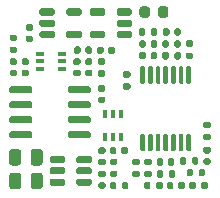
<source format=gtp>
G04 #@! TF.GenerationSoftware,KiCad,Pcbnew,(5.99.0-10483-ga6ad7a4a70)*
G04 #@! TF.CreationDate,2021-05-30T13:32:27+03:00*
G04 #@! TF.ProjectId,hellen1-vr-discrete,68656c6c-656e-4312-9d76-722d64697363,rev?*
G04 #@! TF.SameCoordinates,PX4a19ba0PY5aa5910*
G04 #@! TF.FileFunction,Paste,Top*
G04 #@! TF.FilePolarity,Positive*
%FSLAX46Y46*%
G04 Gerber Fmt 4.6, Leading zero omitted, Abs format (unit mm)*
G04 Created by KiCad (PCBNEW (5.99.0-10483-ga6ad7a4a70)) date 2021-05-30 13:32:27*
%MOMM*%
%LPD*%
G01*
G04 APERTURE LIST*
%ADD10R,0.650000X0.400000*%
%ADD11R,0.400000X0.650000*%
G04 APERTURE END LIST*
G04 #@! TO.C,R764*
G36*
G01*
X15720000Y1815000D02*
X15720000Y2185000D01*
G75*
G02*
X15855000Y2320000I135000J0D01*
G01*
X16125000Y2320000D01*
G75*
G02*
X16260000Y2185000I0J-135000D01*
G01*
X16260000Y1815000D01*
G75*
G02*
X16125000Y1680000I-135000J0D01*
G01*
X15855000Y1680000D01*
G75*
G02*
X15720000Y1815000I0J135000D01*
G01*
G37*
G36*
G01*
X16740000Y1815000D02*
X16740000Y2185000D01*
G75*
G02*
X16875000Y2320000I135000J0D01*
G01*
X17145000Y2320000D01*
G75*
G02*
X17280000Y2185000I0J-135000D01*
G01*
X17280000Y1815000D01*
G75*
G02*
X17145000Y1680000I-135000J0D01*
G01*
X16875000Y1680000D01*
G75*
G02*
X16740000Y1815000I0J135000D01*
G01*
G37*
G04 #@! TD*
G04 #@! TO.C,U757*
G36*
G01*
X11110000Y13850000D02*
X11110000Y13550000D01*
G75*
G02*
X10960000Y13400000I-150000J0D01*
G01*
X9935000Y13400000D01*
G75*
G02*
X9785000Y13550000I0J150000D01*
G01*
X9785000Y13850000D01*
G75*
G02*
X9935000Y14000000I150000J0D01*
G01*
X10960000Y14000000D01*
G75*
G02*
X11110000Y13850000I0J-150000D01*
G01*
G37*
G36*
G01*
X11110000Y14800000D02*
X11110000Y14500000D01*
G75*
G02*
X10960000Y14350000I-150000J0D01*
G01*
X9935000Y14350000D01*
G75*
G02*
X9785000Y14500000I0J150000D01*
G01*
X9785000Y14800000D01*
G75*
G02*
X9935000Y14950000I150000J0D01*
G01*
X10960000Y14950000D01*
G75*
G02*
X11110000Y14800000I0J-150000D01*
G01*
G37*
G36*
G01*
X11110000Y15750000D02*
X11110000Y15450000D01*
G75*
G02*
X10960000Y15300000I-150000J0D01*
G01*
X9935000Y15300000D01*
G75*
G02*
X9785000Y15450000I0J150000D01*
G01*
X9785000Y15750000D01*
G75*
G02*
X9935000Y15900000I150000J0D01*
G01*
X10960000Y15900000D01*
G75*
G02*
X11110000Y15750000I0J-150000D01*
G01*
G37*
G36*
G01*
X8835000Y15750000D02*
X8835000Y15450000D01*
G75*
G02*
X8685000Y15300000I-150000J0D01*
G01*
X7660000Y15300000D01*
G75*
G02*
X7510000Y15450000I0J150000D01*
G01*
X7510000Y15750000D01*
G75*
G02*
X7660000Y15900000I150000J0D01*
G01*
X8685000Y15900000D01*
G75*
G02*
X8835000Y15750000I0J-150000D01*
G01*
G37*
G36*
G01*
X8835000Y13850000D02*
X8835000Y13550000D01*
G75*
G02*
X8685000Y13400000I-150000J0D01*
G01*
X7660000Y13400000D01*
G75*
G02*
X7510000Y13550000I0J150000D01*
G01*
X7510000Y13850000D01*
G75*
G02*
X7660000Y14000000I150000J0D01*
G01*
X8685000Y14000000D01*
G75*
G02*
X8835000Y13850000I0J-150000D01*
G01*
G37*
G04 #@! TD*
G04 #@! TO.C,C760*
G36*
G01*
X13230000Y12070000D02*
X13230000Y11730000D01*
G75*
G02*
X13090000Y11590000I-140000J0D01*
G01*
X12810000Y11590000D01*
G75*
G02*
X12670000Y11730000I0J140000D01*
G01*
X12670000Y12070000D01*
G75*
G02*
X12810000Y12210000I140000J0D01*
G01*
X13090000Y12210000D01*
G75*
G02*
X13230000Y12070000I0J-140000D01*
G01*
G37*
G36*
G01*
X12270000Y12070000D02*
X12270000Y11730000D01*
G75*
G02*
X12130000Y11590000I-140000J0D01*
G01*
X11850000Y11590000D01*
G75*
G02*
X11710000Y11730000I0J140000D01*
G01*
X11710000Y12070000D01*
G75*
G02*
X11850000Y12210000I140000J0D01*
G01*
X12130000Y12210000D01*
G75*
G02*
X12270000Y12070000I0J-140000D01*
G01*
G37*
G04 #@! TD*
G04 #@! TO.C,U754*
G36*
G01*
X705000Y8855000D02*
X705000Y9155000D01*
G75*
G02*
X855000Y9305000I150000J0D01*
G01*
X2505000Y9305000D01*
G75*
G02*
X2655000Y9155000I0J-150000D01*
G01*
X2655000Y8855000D01*
G75*
G02*
X2505000Y8705000I-150000J0D01*
G01*
X855000Y8705000D01*
G75*
G02*
X705000Y8855000I0J150000D01*
G01*
G37*
G36*
G01*
X705000Y7585000D02*
X705000Y7885000D01*
G75*
G02*
X855000Y8035000I150000J0D01*
G01*
X2505000Y8035000D01*
G75*
G02*
X2655000Y7885000I0J-150000D01*
G01*
X2655000Y7585000D01*
G75*
G02*
X2505000Y7435000I-150000J0D01*
G01*
X855000Y7435000D01*
G75*
G02*
X705000Y7585000I0J150000D01*
G01*
G37*
G36*
G01*
X705000Y6315000D02*
X705000Y6615000D01*
G75*
G02*
X855000Y6765000I150000J0D01*
G01*
X2505000Y6765000D01*
G75*
G02*
X2655000Y6615000I0J-150000D01*
G01*
X2655000Y6315000D01*
G75*
G02*
X2505000Y6165000I-150000J0D01*
G01*
X855000Y6165000D01*
G75*
G02*
X705000Y6315000I0J150000D01*
G01*
G37*
G36*
G01*
X705000Y5045000D02*
X705000Y5345000D01*
G75*
G02*
X855000Y5495000I150000J0D01*
G01*
X2505000Y5495000D01*
G75*
G02*
X2655000Y5345000I0J-150000D01*
G01*
X2655000Y5045000D01*
G75*
G02*
X2505000Y4895000I-150000J0D01*
G01*
X855000Y4895000D01*
G75*
G02*
X705000Y5045000I0J150000D01*
G01*
G37*
G36*
G01*
X5655000Y5045000D02*
X5655000Y5345000D01*
G75*
G02*
X5805000Y5495000I150000J0D01*
G01*
X7455000Y5495000D01*
G75*
G02*
X7605000Y5345000I0J-150000D01*
G01*
X7605000Y5045000D01*
G75*
G02*
X7455000Y4895000I-150000J0D01*
G01*
X5805000Y4895000D01*
G75*
G02*
X5655000Y5045000I0J150000D01*
G01*
G37*
G36*
G01*
X5655000Y6315000D02*
X5655000Y6615000D01*
G75*
G02*
X5805000Y6765000I150000J0D01*
G01*
X7455000Y6765000D01*
G75*
G02*
X7605000Y6615000I0J-150000D01*
G01*
X7605000Y6315000D01*
G75*
G02*
X7455000Y6165000I-150000J0D01*
G01*
X5805000Y6165000D01*
G75*
G02*
X5655000Y6315000I0J150000D01*
G01*
G37*
G36*
G01*
X5655000Y7585000D02*
X5655000Y7885000D01*
G75*
G02*
X5805000Y8035000I150000J0D01*
G01*
X7455000Y8035000D01*
G75*
G02*
X7605000Y7885000I0J-150000D01*
G01*
X7605000Y7585000D01*
G75*
G02*
X7455000Y7435000I-150000J0D01*
G01*
X5805000Y7435000D01*
G75*
G02*
X5655000Y7585000I0J150000D01*
G01*
G37*
G36*
G01*
X5655000Y8855000D02*
X5655000Y9155000D01*
G75*
G02*
X5805000Y9305000I150000J0D01*
G01*
X7455000Y9305000D01*
G75*
G02*
X7605000Y9155000I0J-150000D01*
G01*
X7605000Y8855000D01*
G75*
G02*
X7455000Y8705000I-150000J0D01*
G01*
X5805000Y8705000D01*
G75*
G02*
X5655000Y8855000I0J150000D01*
G01*
G37*
G04 #@! TD*
G04 #@! TO.C,C755*
G36*
G01*
X2570000Y13040000D02*
X2230000Y13040000D01*
G75*
G02*
X2090000Y13180000I0J140000D01*
G01*
X2090000Y13460000D01*
G75*
G02*
X2230000Y13600000I140000J0D01*
G01*
X2570000Y13600000D01*
G75*
G02*
X2710000Y13460000I0J-140000D01*
G01*
X2710000Y13180000D01*
G75*
G02*
X2570000Y13040000I-140000J0D01*
G01*
G37*
G36*
G01*
X2570000Y14000000D02*
X2230000Y14000000D01*
G75*
G02*
X2090000Y14140000I0J140000D01*
G01*
X2090000Y14420000D01*
G75*
G02*
X2230000Y14560000I140000J0D01*
G01*
X2570000Y14560000D01*
G75*
G02*
X2710000Y14420000I0J-140000D01*
G01*
X2710000Y14140000D01*
G75*
G02*
X2570000Y14000000I-140000J0D01*
G01*
G37*
G04 #@! TD*
D10*
G04 #@! TO.C,U755*
X3280000Y12085000D03*
X3280000Y11435000D03*
X3280000Y10785000D03*
X5180000Y10785000D03*
X5180000Y11435000D03*
X5180000Y12085000D03*
G04 #@! TD*
G04 #@! TO.C,C766*
G36*
G01*
X7600000Y10155000D02*
X7260000Y10155000D01*
G75*
G02*
X7120000Y10295000I0J140000D01*
G01*
X7120000Y10575000D01*
G75*
G02*
X7260000Y10715000I140000J0D01*
G01*
X7600000Y10715000D01*
G75*
G02*
X7740000Y10575000I0J-140000D01*
G01*
X7740000Y10295000D01*
G75*
G02*
X7600000Y10155000I-140000J0D01*
G01*
G37*
G36*
G01*
X7600000Y11115000D02*
X7260000Y11115000D01*
G75*
G02*
X7120000Y11255000I0J140000D01*
G01*
X7120000Y11535000D01*
G75*
G02*
X7260000Y11675000I140000J0D01*
G01*
X7600000Y11675000D01*
G75*
G02*
X7740000Y11535000I0J-140000D01*
G01*
X7740000Y11255000D01*
G75*
G02*
X7600000Y11115000I-140000J0D01*
G01*
G37*
G04 #@! TD*
G04 #@! TO.C,R767*
G36*
G01*
X13670000Y11715000D02*
X13670000Y12085000D01*
G75*
G02*
X13805000Y12220000I135000J0D01*
G01*
X14075000Y12220000D01*
G75*
G02*
X14210000Y12085000I0J-135000D01*
G01*
X14210000Y11715000D01*
G75*
G02*
X14075000Y11580000I-135000J0D01*
G01*
X13805000Y11580000D01*
G75*
G02*
X13670000Y11715000I0J135000D01*
G01*
G37*
G36*
G01*
X14690000Y11715000D02*
X14690000Y12085000D01*
G75*
G02*
X14825000Y12220000I135000J0D01*
G01*
X15095000Y12220000D01*
G75*
G02*
X15230000Y12085000I0J-135000D01*
G01*
X15230000Y11715000D01*
G75*
G02*
X15095000Y11580000I-135000J0D01*
G01*
X14825000Y11580000D01*
G75*
G02*
X14690000Y11715000I0J135000D01*
G01*
G37*
G04 #@! TD*
G04 #@! TO.C,C757*
G36*
G01*
X8360000Y9400000D02*
X8700000Y9400000D01*
G75*
G02*
X8840000Y9260000I0J-140000D01*
G01*
X8840000Y8980000D01*
G75*
G02*
X8700000Y8840000I-140000J0D01*
G01*
X8360000Y8840000D01*
G75*
G02*
X8220000Y8980000I0J140000D01*
G01*
X8220000Y9260000D01*
G75*
G02*
X8360000Y9400000I140000J0D01*
G01*
G37*
G36*
G01*
X8360000Y8440000D02*
X8700000Y8440000D01*
G75*
G02*
X8840000Y8300000I0J-140000D01*
G01*
X8840000Y8020000D01*
G75*
G02*
X8700000Y7880000I-140000J0D01*
G01*
X8360000Y7880000D01*
G75*
G02*
X8220000Y8020000I0J140000D01*
G01*
X8220000Y8300000D01*
G75*
G02*
X8360000Y8440000I140000J0D01*
G01*
G37*
G04 #@! TD*
G04 #@! TO.C,C764*
G36*
G01*
X6600000Y10155000D02*
X6260000Y10155000D01*
G75*
G02*
X6120000Y10295000I0J140000D01*
G01*
X6120000Y10575000D01*
G75*
G02*
X6260000Y10715000I140000J0D01*
G01*
X6600000Y10715000D01*
G75*
G02*
X6740000Y10575000I0J-140000D01*
G01*
X6740000Y10295000D01*
G75*
G02*
X6600000Y10155000I-140000J0D01*
G01*
G37*
G36*
G01*
X6600000Y11115000D02*
X6260000Y11115000D01*
G75*
G02*
X6120000Y11255000I0J140000D01*
G01*
X6120000Y11535000D01*
G75*
G02*
X6260000Y11675000I140000J0D01*
G01*
X6600000Y11675000D01*
G75*
G02*
X6740000Y11535000I0J-140000D01*
G01*
X6740000Y11255000D01*
G75*
G02*
X6600000Y11115000I-140000J0D01*
G01*
G37*
G04 #@! TD*
G04 #@! TO.C,C759*
G36*
G01*
X15230000Y14070000D02*
X15230000Y13730000D01*
G75*
G02*
X15090000Y13590000I-140000J0D01*
G01*
X14810000Y13590000D01*
G75*
G02*
X14670000Y13730000I0J140000D01*
G01*
X14670000Y14070000D01*
G75*
G02*
X14810000Y14210000I140000J0D01*
G01*
X15090000Y14210000D01*
G75*
G02*
X15230000Y14070000I0J-140000D01*
G01*
G37*
G36*
G01*
X14270000Y14070000D02*
X14270000Y13730000D01*
G75*
G02*
X14130000Y13590000I-140000J0D01*
G01*
X13850000Y13590000D01*
G75*
G02*
X13710000Y13730000I0J140000D01*
G01*
X13710000Y14070000D01*
G75*
G02*
X13850000Y14210000I140000J0D01*
G01*
X14130000Y14210000D01*
G75*
G02*
X14270000Y14070000I0J-140000D01*
G01*
G37*
G04 #@! TD*
G04 #@! TO.C,R769*
G36*
G01*
X16135000Y11630000D02*
X15765000Y11630000D01*
G75*
G02*
X15630000Y11765000I0J135000D01*
G01*
X15630000Y12035000D01*
G75*
G02*
X15765000Y12170000I135000J0D01*
G01*
X16135000Y12170000D01*
G75*
G02*
X16270000Y12035000I0J-135000D01*
G01*
X16270000Y11765000D01*
G75*
G02*
X16135000Y11630000I-135000J0D01*
G01*
G37*
G36*
G01*
X16135000Y12650000D02*
X15765000Y12650000D01*
G75*
G02*
X15630000Y12785000I0J135000D01*
G01*
X15630000Y13055000D01*
G75*
G02*
X15765000Y13190000I135000J0D01*
G01*
X16135000Y13190000D01*
G75*
G02*
X16270000Y13055000I0J-135000D01*
G01*
X16270000Y12785000D01*
G75*
G02*
X16135000Y12650000I-135000J0D01*
G01*
G37*
G04 #@! TD*
G04 #@! TO.C,C758*
G36*
G01*
X8380000Y4140000D02*
X8720000Y4140000D01*
G75*
G02*
X8860000Y4000000I0J-140000D01*
G01*
X8860000Y3720000D01*
G75*
G02*
X8720000Y3580000I-140000J0D01*
G01*
X8380000Y3580000D01*
G75*
G02*
X8240000Y3720000I0J140000D01*
G01*
X8240000Y4000000D01*
G75*
G02*
X8380000Y4140000I140000J0D01*
G01*
G37*
G36*
G01*
X8380000Y3180000D02*
X8720000Y3180000D01*
G75*
G02*
X8860000Y3040000I0J-140000D01*
G01*
X8860000Y2760000D01*
G75*
G02*
X8720000Y2620000I-140000J0D01*
G01*
X8380000Y2620000D01*
G75*
G02*
X8240000Y2760000I0J140000D01*
G01*
X8240000Y3040000D01*
G75*
G02*
X8380000Y3180000I140000J0D01*
G01*
G37*
G04 #@! TD*
G04 #@! TO.C,C751*
G36*
G01*
X8380000Y2160000D02*
X8720000Y2160000D01*
G75*
G02*
X8860000Y2020000I0J-140000D01*
G01*
X8860000Y1740000D01*
G75*
G02*
X8720000Y1600000I-140000J0D01*
G01*
X8380000Y1600000D01*
G75*
G02*
X8240000Y1740000I0J140000D01*
G01*
X8240000Y2020000D01*
G75*
G02*
X8380000Y2160000I140000J0D01*
G01*
G37*
G36*
G01*
X8380000Y1200000D02*
X8720000Y1200000D01*
G75*
G02*
X8860000Y1060000I0J-140000D01*
G01*
X8860000Y780000D01*
G75*
G02*
X8720000Y640000I-140000J0D01*
G01*
X8380000Y640000D01*
G75*
G02*
X8240000Y780000I0J140000D01*
G01*
X8240000Y1060000D01*
G75*
G02*
X8380000Y1200000I140000J0D01*
G01*
G37*
G04 #@! TD*
G04 #@! TO.C,R755*
G36*
G01*
X9355000Y3190000D02*
X9725000Y3190000D01*
G75*
G02*
X9860000Y3055000I0J-135000D01*
G01*
X9860000Y2785000D01*
G75*
G02*
X9725000Y2650000I-135000J0D01*
G01*
X9355000Y2650000D01*
G75*
G02*
X9220000Y2785000I0J135000D01*
G01*
X9220000Y3055000D01*
G75*
G02*
X9355000Y3190000I135000J0D01*
G01*
G37*
G36*
G01*
X9355000Y2170000D02*
X9725000Y2170000D01*
G75*
G02*
X9860000Y2035000I0J-135000D01*
G01*
X9860000Y1765000D01*
G75*
G02*
X9725000Y1630000I-135000J0D01*
G01*
X9355000Y1630000D01*
G75*
G02*
X9220000Y1765000I0J135000D01*
G01*
X9220000Y2035000D01*
G75*
G02*
X9355000Y2170000I135000J0D01*
G01*
G37*
G04 #@! TD*
G04 #@! TO.C,C753*
G36*
G01*
X13170000Y2730000D02*
X13170000Y3070000D01*
G75*
G02*
X13310000Y3210000I140000J0D01*
G01*
X13590000Y3210000D01*
G75*
G02*
X13730000Y3070000I0J-140000D01*
G01*
X13730000Y2730000D01*
G75*
G02*
X13590000Y2590000I-140000J0D01*
G01*
X13310000Y2590000D01*
G75*
G02*
X13170000Y2730000I0J140000D01*
G01*
G37*
G36*
G01*
X14130000Y2730000D02*
X14130000Y3070000D01*
G75*
G02*
X14270000Y3210000I140000J0D01*
G01*
X14550000Y3210000D01*
G75*
G02*
X14690000Y3070000I0J-140000D01*
G01*
X14690000Y2730000D01*
G75*
G02*
X14550000Y2590000I-140000J0D01*
G01*
X14270000Y2590000D01*
G75*
G02*
X14130000Y2730000I0J140000D01*
G01*
G37*
G04 #@! TD*
G04 #@! TO.C,U753*
G36*
G01*
X15800000Y11000000D02*
X16000000Y11000000D01*
G75*
G02*
X16100000Y10900000I0J-100000D01*
G01*
X16100000Y9625000D01*
G75*
G02*
X16000000Y9525000I-100000J0D01*
G01*
X15800000Y9525000D01*
G75*
G02*
X15700000Y9625000I0J100000D01*
G01*
X15700000Y10900000D01*
G75*
G02*
X15800000Y11000000I100000J0D01*
G01*
G37*
G36*
G01*
X15150000Y11000000D02*
X15350000Y11000000D01*
G75*
G02*
X15450000Y10900000I0J-100000D01*
G01*
X15450000Y9625000D01*
G75*
G02*
X15350000Y9525000I-100000J0D01*
G01*
X15150000Y9525000D01*
G75*
G02*
X15050000Y9625000I0J100000D01*
G01*
X15050000Y10900000D01*
G75*
G02*
X15150000Y11000000I100000J0D01*
G01*
G37*
G36*
G01*
X14500000Y11000000D02*
X14700000Y11000000D01*
G75*
G02*
X14800000Y10900000I0J-100000D01*
G01*
X14800000Y9625000D01*
G75*
G02*
X14700000Y9525000I-100000J0D01*
G01*
X14500000Y9525000D01*
G75*
G02*
X14400000Y9625000I0J100000D01*
G01*
X14400000Y10900000D01*
G75*
G02*
X14500000Y11000000I100000J0D01*
G01*
G37*
G36*
G01*
X13850000Y11000000D02*
X14050000Y11000000D01*
G75*
G02*
X14150000Y10900000I0J-100000D01*
G01*
X14150000Y9625000D01*
G75*
G02*
X14050000Y9525000I-100000J0D01*
G01*
X13850000Y9525000D01*
G75*
G02*
X13750000Y9625000I0J100000D01*
G01*
X13750000Y10900000D01*
G75*
G02*
X13850000Y11000000I100000J0D01*
G01*
G37*
G36*
G01*
X13200000Y11000000D02*
X13400000Y11000000D01*
G75*
G02*
X13500000Y10900000I0J-100000D01*
G01*
X13500000Y9625000D01*
G75*
G02*
X13400000Y9525000I-100000J0D01*
G01*
X13200000Y9525000D01*
G75*
G02*
X13100000Y9625000I0J100000D01*
G01*
X13100000Y10900000D01*
G75*
G02*
X13200000Y11000000I100000J0D01*
G01*
G37*
G36*
G01*
X12550000Y11000000D02*
X12750000Y11000000D01*
G75*
G02*
X12850000Y10900000I0J-100000D01*
G01*
X12850000Y9625000D01*
G75*
G02*
X12750000Y9525000I-100000J0D01*
G01*
X12550000Y9525000D01*
G75*
G02*
X12450000Y9625000I0J100000D01*
G01*
X12450000Y10900000D01*
G75*
G02*
X12550000Y11000000I100000J0D01*
G01*
G37*
G36*
G01*
X11900000Y11000000D02*
X12100000Y11000000D01*
G75*
G02*
X12200000Y10900000I0J-100000D01*
G01*
X12200000Y9625000D01*
G75*
G02*
X12100000Y9525000I-100000J0D01*
G01*
X11900000Y9525000D01*
G75*
G02*
X11800000Y9625000I0J100000D01*
G01*
X11800000Y10900000D01*
G75*
G02*
X11900000Y11000000I100000J0D01*
G01*
G37*
G36*
G01*
X11900000Y5275000D02*
X12100000Y5275000D01*
G75*
G02*
X12200000Y5175000I0J-100000D01*
G01*
X12200000Y3900000D01*
G75*
G02*
X12100000Y3800000I-100000J0D01*
G01*
X11900000Y3800000D01*
G75*
G02*
X11800000Y3900000I0J100000D01*
G01*
X11800000Y5175000D01*
G75*
G02*
X11900000Y5275000I100000J0D01*
G01*
G37*
G36*
G01*
X12550000Y5275000D02*
X12750000Y5275000D01*
G75*
G02*
X12850000Y5175000I0J-100000D01*
G01*
X12850000Y3900000D01*
G75*
G02*
X12750000Y3800000I-100000J0D01*
G01*
X12550000Y3800000D01*
G75*
G02*
X12450000Y3900000I0J100000D01*
G01*
X12450000Y5175000D01*
G75*
G02*
X12550000Y5275000I100000J0D01*
G01*
G37*
G36*
G01*
X13200000Y5275000D02*
X13400000Y5275000D01*
G75*
G02*
X13500000Y5175000I0J-100000D01*
G01*
X13500000Y3900000D01*
G75*
G02*
X13400000Y3800000I-100000J0D01*
G01*
X13200000Y3800000D01*
G75*
G02*
X13100000Y3900000I0J100000D01*
G01*
X13100000Y5175000D01*
G75*
G02*
X13200000Y5275000I100000J0D01*
G01*
G37*
G36*
G01*
X13850000Y5275000D02*
X14050000Y5275000D01*
G75*
G02*
X14150000Y5175000I0J-100000D01*
G01*
X14150000Y3900000D01*
G75*
G02*
X14050000Y3800000I-100000J0D01*
G01*
X13850000Y3800000D01*
G75*
G02*
X13750000Y3900000I0J100000D01*
G01*
X13750000Y5175000D01*
G75*
G02*
X13850000Y5275000I100000J0D01*
G01*
G37*
G36*
G01*
X14500000Y5275000D02*
X14700000Y5275000D01*
G75*
G02*
X14800000Y5175000I0J-100000D01*
G01*
X14800000Y3900000D01*
G75*
G02*
X14700000Y3800000I-100000J0D01*
G01*
X14500000Y3800000D01*
G75*
G02*
X14400000Y3900000I0J100000D01*
G01*
X14400000Y5175000D01*
G75*
G02*
X14500000Y5275000I100000J0D01*
G01*
G37*
G36*
G01*
X15150000Y5275000D02*
X15350000Y5275000D01*
G75*
G02*
X15450000Y5175000I0J-100000D01*
G01*
X15450000Y3900000D01*
G75*
G02*
X15350000Y3800000I-100000J0D01*
G01*
X15150000Y3800000D01*
G75*
G02*
X15050000Y3900000I0J100000D01*
G01*
X15050000Y5175000D01*
G75*
G02*
X15150000Y5275000I100000J0D01*
G01*
G37*
G36*
G01*
X15800000Y5275000D02*
X16000000Y5275000D01*
G75*
G02*
X16100000Y5175000I0J-100000D01*
G01*
X16100000Y3900000D01*
G75*
G02*
X16000000Y3800000I-100000J0D01*
G01*
X15800000Y3800000D01*
G75*
G02*
X15700000Y3900000I0J100000D01*
G01*
X15700000Y5175000D01*
G75*
G02*
X15800000Y5275000I100000J0D01*
G01*
G37*
G04 #@! TD*
G04 #@! TO.C,D751*
G36*
G01*
X14175000Y15856250D02*
X14175000Y15343750D01*
G75*
G02*
X13956250Y15125000I-218750J0D01*
G01*
X13518750Y15125000D01*
G75*
G02*
X13300000Y15343750I0J218750D01*
G01*
X13300000Y15856250D01*
G75*
G02*
X13518750Y16075000I218750J0D01*
G01*
X13956250Y16075000D01*
G75*
G02*
X14175000Y15856250I0J-218750D01*
G01*
G37*
G36*
G01*
X12600000Y15856250D02*
X12600000Y15343750D01*
G75*
G02*
X12381250Y15125000I-218750J0D01*
G01*
X11943750Y15125000D01*
G75*
G02*
X11725000Y15343750I0J218750D01*
G01*
X11725000Y15856250D01*
G75*
G02*
X11943750Y16075000I218750J0D01*
G01*
X12381250Y16075000D01*
G75*
G02*
X12600000Y15856250I0J-218750D01*
G01*
G37*
G04 #@! TD*
G04 #@! TO.C,R752*
G36*
G01*
X687500Y2850000D02*
X687500Y3750000D01*
G75*
G02*
X937500Y4000000I250000J0D01*
G01*
X1462500Y4000000D01*
G75*
G02*
X1712500Y3750000I0J-250000D01*
G01*
X1712500Y2850000D01*
G75*
G02*
X1462500Y2600000I-250000J0D01*
G01*
X937500Y2600000D01*
G75*
G02*
X687500Y2850000I0J250000D01*
G01*
G37*
G36*
G01*
X2512500Y2850000D02*
X2512500Y3750000D01*
G75*
G02*
X2762500Y4000000I250000J0D01*
G01*
X3287500Y4000000D01*
G75*
G02*
X3537500Y3750000I0J-250000D01*
G01*
X3537500Y2850000D01*
G75*
G02*
X3287500Y2600000I-250000J0D01*
G01*
X2762500Y2600000D01*
G75*
G02*
X2512500Y2850000I0J250000D01*
G01*
G37*
G04 #@! TD*
G04 #@! TO.C,R762*
G36*
G01*
X11635000Y1620000D02*
X11265000Y1620000D01*
G75*
G02*
X11130000Y1755000I0J135000D01*
G01*
X11130000Y2025000D01*
G75*
G02*
X11265000Y2160000I135000J0D01*
G01*
X11635000Y2160000D01*
G75*
G02*
X11770000Y2025000I0J-135000D01*
G01*
X11770000Y1755000D01*
G75*
G02*
X11635000Y1620000I-135000J0D01*
G01*
G37*
G36*
G01*
X11635000Y2640000D02*
X11265000Y2640000D01*
G75*
G02*
X11130000Y2775000I0J135000D01*
G01*
X11130000Y3045000D01*
G75*
G02*
X11265000Y3180000I135000J0D01*
G01*
X11635000Y3180000D01*
G75*
G02*
X11770000Y3045000I0J-135000D01*
G01*
X11770000Y2775000D01*
G75*
G02*
X11635000Y2640000I-135000J0D01*
G01*
G37*
G04 #@! TD*
G04 #@! TO.C,R751*
G36*
G01*
X13240000Y14085000D02*
X13240000Y13715000D01*
G75*
G02*
X13105000Y13580000I-135000J0D01*
G01*
X12835000Y13580000D01*
G75*
G02*
X12700000Y13715000I0J135000D01*
G01*
X12700000Y14085000D01*
G75*
G02*
X12835000Y14220000I135000J0D01*
G01*
X13105000Y14220000D01*
G75*
G02*
X13240000Y14085000I0J-135000D01*
G01*
G37*
G36*
G01*
X12220000Y14085000D02*
X12220000Y13715000D01*
G75*
G02*
X12085000Y13580000I-135000J0D01*
G01*
X11815000Y13580000D01*
G75*
G02*
X11680000Y13715000I0J135000D01*
G01*
X11680000Y14085000D01*
G75*
G02*
X11815000Y14220000I135000J0D01*
G01*
X12085000Y14220000D01*
G75*
G02*
X12220000Y14085000I0J-135000D01*
G01*
G37*
G04 #@! TD*
G04 #@! TO.C,R759*
G36*
G01*
X10465000Y10590000D02*
X10835000Y10590000D01*
G75*
G02*
X10970000Y10455000I0J-135000D01*
G01*
X10970000Y10185000D01*
G75*
G02*
X10835000Y10050000I-135000J0D01*
G01*
X10465000Y10050000D01*
G75*
G02*
X10330000Y10185000I0J135000D01*
G01*
X10330000Y10455000D01*
G75*
G02*
X10465000Y10590000I135000J0D01*
G01*
G37*
G36*
G01*
X10465000Y9570000D02*
X10835000Y9570000D01*
G75*
G02*
X10970000Y9435000I0J-135000D01*
G01*
X10970000Y9165000D01*
G75*
G02*
X10835000Y9030000I-135000J0D01*
G01*
X10465000Y9030000D01*
G75*
G02*
X10330000Y9165000I0J135000D01*
G01*
X10330000Y9435000D01*
G75*
G02*
X10465000Y9570000I135000J0D01*
G01*
G37*
G04 #@! TD*
G04 #@! TO.C,C761*
G36*
G01*
X8127500Y12180000D02*
X8127500Y12520000D01*
G75*
G02*
X8267500Y12660000I140000J0D01*
G01*
X8547500Y12660000D01*
G75*
G02*
X8687500Y12520000I0J-140000D01*
G01*
X8687500Y12180000D01*
G75*
G02*
X8547500Y12040000I-140000J0D01*
G01*
X8267500Y12040000D01*
G75*
G02*
X8127500Y12180000I0J140000D01*
G01*
G37*
G36*
G01*
X9087500Y12180000D02*
X9087500Y12520000D01*
G75*
G02*
X9227500Y12660000I140000J0D01*
G01*
X9507500Y12660000D01*
G75*
G02*
X9647500Y12520000I0J-140000D01*
G01*
X9647500Y12180000D01*
G75*
G02*
X9507500Y12040000I-140000J0D01*
G01*
X9227500Y12040000D01*
G75*
G02*
X9087500Y12180000I0J140000D01*
G01*
G37*
G04 #@! TD*
G04 #@! TO.C,R758*
G36*
G01*
X17265000Y6290000D02*
X17635000Y6290000D01*
G75*
G02*
X17770000Y6155000I0J-135000D01*
G01*
X17770000Y5885000D01*
G75*
G02*
X17635000Y5750000I-135000J0D01*
G01*
X17265000Y5750000D01*
G75*
G02*
X17130000Y5885000I0J135000D01*
G01*
X17130000Y6155000D01*
G75*
G02*
X17265000Y6290000I135000J0D01*
G01*
G37*
G36*
G01*
X17265000Y5270000D02*
X17635000Y5270000D01*
G75*
G02*
X17770000Y5135000I0J-135000D01*
G01*
X17770000Y4865000D01*
G75*
G02*
X17635000Y4730000I-135000J0D01*
G01*
X17265000Y4730000D01*
G75*
G02*
X17130000Y4865000I0J135000D01*
G01*
X17130000Y5135000D01*
G75*
G02*
X17265000Y5270000I135000J0D01*
G01*
G37*
G04 #@! TD*
G04 #@! TO.C,R754*
G36*
G01*
X17515000Y1085000D02*
X17515000Y715000D01*
G75*
G02*
X17380000Y580000I-135000J0D01*
G01*
X17110000Y580000D01*
G75*
G02*
X16975000Y715000I0J135000D01*
G01*
X16975000Y1085000D01*
G75*
G02*
X17110000Y1220000I135000J0D01*
G01*
X17380000Y1220000D01*
G75*
G02*
X17515000Y1085000I0J-135000D01*
G01*
G37*
G36*
G01*
X16495000Y1085000D02*
X16495000Y715000D01*
G75*
G02*
X16360000Y580000I-135000J0D01*
G01*
X16090000Y580000D01*
G75*
G02*
X15955000Y715000I0J135000D01*
G01*
X15955000Y1085000D01*
G75*
G02*
X16090000Y1220000I135000J0D01*
G01*
X16360000Y1220000D01*
G75*
G02*
X16495000Y1085000I0J-135000D01*
G01*
G37*
G04 #@! TD*
G04 #@! TO.C,R766*
G36*
G01*
X8330000Y11680000D02*
X8700000Y11680000D01*
G75*
G02*
X8835000Y11545000I0J-135000D01*
G01*
X8835000Y11275000D01*
G75*
G02*
X8700000Y11140000I-135000J0D01*
G01*
X8330000Y11140000D01*
G75*
G02*
X8195000Y11275000I0J135000D01*
G01*
X8195000Y11545000D01*
G75*
G02*
X8330000Y11680000I135000J0D01*
G01*
G37*
G36*
G01*
X8330000Y10660000D02*
X8700000Y10660000D01*
G75*
G02*
X8835000Y10525000I0J-135000D01*
G01*
X8835000Y10255000D01*
G75*
G02*
X8700000Y10120000I-135000J0D01*
G01*
X8330000Y10120000D01*
G75*
G02*
X8195000Y10255000I0J135000D01*
G01*
X8195000Y10525000D01*
G75*
G02*
X8330000Y10660000I135000J0D01*
G01*
G37*
G04 #@! TD*
G04 #@! TO.C,C763*
G36*
G01*
X7710000Y12545000D02*
X7710000Y12205000D01*
G75*
G02*
X7570000Y12065000I-140000J0D01*
G01*
X7290000Y12065000D01*
G75*
G02*
X7150000Y12205000I0J140000D01*
G01*
X7150000Y12545000D01*
G75*
G02*
X7290000Y12685000I140000J0D01*
G01*
X7570000Y12685000D01*
G75*
G02*
X7710000Y12545000I0J-140000D01*
G01*
G37*
G36*
G01*
X6750000Y12545000D02*
X6750000Y12205000D01*
G75*
G02*
X6610000Y12065000I-140000J0D01*
G01*
X6330000Y12065000D01*
G75*
G02*
X6190000Y12205000I0J140000D01*
G01*
X6190000Y12545000D01*
G75*
G02*
X6330000Y12685000I140000J0D01*
G01*
X6610000Y12685000D01*
G75*
G02*
X6750000Y12545000I0J-140000D01*
G01*
G37*
G04 #@! TD*
G04 #@! TO.C,R753*
G36*
G01*
X3537500Y1750000D02*
X3537500Y850000D01*
G75*
G02*
X3287500Y600000I-250000J0D01*
G01*
X2762500Y600000D01*
G75*
G02*
X2512500Y850000I0J250000D01*
G01*
X2512500Y1750000D01*
G75*
G02*
X2762500Y2000000I250000J0D01*
G01*
X3287500Y2000000D01*
G75*
G02*
X3537500Y1750000I0J-250000D01*
G01*
G37*
G36*
G01*
X1712500Y1750000D02*
X1712500Y850000D01*
G75*
G02*
X1462500Y600000I-250000J0D01*
G01*
X937500Y600000D01*
G75*
G02*
X687500Y850000I0J250000D01*
G01*
X687500Y1750000D01*
G75*
G02*
X937500Y2000000I250000J0D01*
G01*
X1462500Y2000000D01*
G75*
G02*
X1712500Y1750000I0J-250000D01*
G01*
G37*
G04 #@! TD*
G04 #@! TO.C,R765*
G36*
G01*
X865000Y13680000D02*
X1235000Y13680000D01*
G75*
G02*
X1370000Y13545000I0J-135000D01*
G01*
X1370000Y13275000D01*
G75*
G02*
X1235000Y13140000I-135000J0D01*
G01*
X865000Y13140000D01*
G75*
G02*
X730000Y13275000I0J135000D01*
G01*
X730000Y13545000D01*
G75*
G02*
X865000Y13680000I135000J0D01*
G01*
G37*
G36*
G01*
X865000Y12660000D02*
X1235000Y12660000D01*
G75*
G02*
X1370000Y12525000I0J-135000D01*
G01*
X1370000Y12255000D01*
G75*
G02*
X1235000Y12120000I-135000J0D01*
G01*
X865000Y12120000D01*
G75*
G02*
X730000Y12255000I0J135000D01*
G01*
X730000Y12525000D01*
G75*
G02*
X865000Y12660000I135000J0D01*
G01*
G37*
G04 #@! TD*
G04 #@! TO.C,R763*
G36*
G01*
X16720000Y3185000D02*
X16720000Y2815000D01*
G75*
G02*
X16585000Y2680000I-135000J0D01*
G01*
X16315000Y2680000D01*
G75*
G02*
X16180000Y2815000I0J135000D01*
G01*
X16180000Y3185000D01*
G75*
G02*
X16315000Y3320000I135000J0D01*
G01*
X16585000Y3320000D01*
G75*
G02*
X16720000Y3185000I0J-135000D01*
G01*
G37*
G36*
G01*
X15700000Y3185000D02*
X15700000Y2815000D01*
G75*
G02*
X15565000Y2680000I-135000J0D01*
G01*
X15295000Y2680000D01*
G75*
G02*
X15160000Y2815000I0J135000D01*
G01*
X15160000Y3185000D01*
G75*
G02*
X15295000Y3320000I135000J0D01*
G01*
X15565000Y3320000D01*
G75*
G02*
X15700000Y3185000I0J-135000D01*
G01*
G37*
G04 #@! TD*
G04 #@! TO.C,C767*
G36*
G01*
X10730000Y4030000D02*
X10730000Y3690000D01*
G75*
G02*
X10590000Y3550000I-140000J0D01*
G01*
X10310000Y3550000D01*
G75*
G02*
X10170000Y3690000I0J140000D01*
G01*
X10170000Y4030000D01*
G75*
G02*
X10310000Y4170000I140000J0D01*
G01*
X10590000Y4170000D01*
G75*
G02*
X10730000Y4030000I0J-140000D01*
G01*
G37*
G36*
G01*
X9770000Y4030000D02*
X9770000Y3690000D01*
G75*
G02*
X9630000Y3550000I-140000J0D01*
G01*
X9350000Y3550000D01*
G75*
G02*
X9210000Y3690000I0J140000D01*
G01*
X9210000Y4030000D01*
G75*
G02*
X9350000Y4170000I140000J0D01*
G01*
X9630000Y4170000D01*
G75*
G02*
X9770000Y4030000I0J-140000D01*
G01*
G37*
G04 #@! TD*
G04 #@! TO.C,R756*
G36*
G01*
X9220000Y715000D02*
X9220000Y1085000D01*
G75*
G02*
X9355000Y1220000I135000J0D01*
G01*
X9625000Y1220000D01*
G75*
G02*
X9760000Y1085000I0J-135000D01*
G01*
X9760000Y715000D01*
G75*
G02*
X9625000Y580000I-135000J0D01*
G01*
X9355000Y580000D01*
G75*
G02*
X9220000Y715000I0J135000D01*
G01*
G37*
G36*
G01*
X10240000Y715000D02*
X10240000Y1085000D01*
G75*
G02*
X10375000Y1220000I135000J0D01*
G01*
X10645000Y1220000D01*
G75*
G02*
X10780000Y1085000I0J-135000D01*
G01*
X10780000Y715000D01*
G75*
G02*
X10645000Y580000I-135000J0D01*
G01*
X10375000Y580000D01*
G75*
G02*
X10240000Y715000I0J135000D01*
G01*
G37*
G04 #@! TD*
D11*
G04 #@! TO.C,U756*
X8830000Y5060000D03*
X9480000Y5060000D03*
X10130000Y5060000D03*
X10130000Y6960000D03*
X9480000Y6960000D03*
X8830000Y6960000D03*
G04 #@! TD*
G04 #@! TO.C,R760*
G36*
G01*
X13180000Y1715000D02*
X13180000Y2085000D01*
G75*
G02*
X13315000Y2220000I135000J0D01*
G01*
X13585000Y2220000D01*
G75*
G02*
X13720000Y2085000I0J-135000D01*
G01*
X13720000Y1715000D01*
G75*
G02*
X13585000Y1580000I-135000J0D01*
G01*
X13315000Y1580000D01*
G75*
G02*
X13180000Y1715000I0J135000D01*
G01*
G37*
G36*
G01*
X14200000Y1715000D02*
X14200000Y2085000D01*
G75*
G02*
X14335000Y2220000I135000J0D01*
G01*
X14605000Y2220000D01*
G75*
G02*
X14740000Y2085000I0J-135000D01*
G01*
X14740000Y1715000D01*
G75*
G02*
X14605000Y1580000I-135000J0D01*
G01*
X14335000Y1580000D01*
G75*
G02*
X14200000Y1715000I0J135000D01*
G01*
G37*
G04 #@! TD*
G04 #@! TO.C,R761*
G36*
G01*
X12265000Y3170000D02*
X12635000Y3170000D01*
G75*
G02*
X12770000Y3035000I0J-135000D01*
G01*
X12770000Y2765000D01*
G75*
G02*
X12635000Y2630000I-135000J0D01*
G01*
X12265000Y2630000D01*
G75*
G02*
X12130000Y2765000I0J135000D01*
G01*
X12130000Y3035000D01*
G75*
G02*
X12265000Y3170000I135000J0D01*
G01*
G37*
G36*
G01*
X12265000Y2150000D02*
X12635000Y2150000D01*
G75*
G02*
X12770000Y2015000I0J-135000D01*
G01*
X12770000Y1745000D01*
G75*
G02*
X12635000Y1610000I-135000J0D01*
G01*
X12265000Y1610000D01*
G75*
G02*
X12130000Y1745000I0J135000D01*
G01*
X12130000Y2015000D01*
G75*
G02*
X12265000Y2150000I135000J0D01*
G01*
G37*
G04 #@! TD*
G04 #@! TO.C,C752*
G36*
G01*
X14045000Y730000D02*
X14045000Y1070000D01*
G75*
G02*
X14185000Y1210000I140000J0D01*
G01*
X14465000Y1210000D01*
G75*
G02*
X14605000Y1070000I0J-140000D01*
G01*
X14605000Y730000D01*
G75*
G02*
X14465000Y590000I-140000J0D01*
G01*
X14185000Y590000D01*
G75*
G02*
X14045000Y730000I0J140000D01*
G01*
G37*
G36*
G01*
X15005000Y730000D02*
X15005000Y1070000D01*
G75*
G02*
X15145000Y1210000I140000J0D01*
G01*
X15425000Y1210000D01*
G75*
G02*
X15565000Y1070000I0J-140000D01*
G01*
X15565000Y730000D01*
G75*
G02*
X15425000Y590000I-140000J0D01*
G01*
X15145000Y590000D01*
G75*
G02*
X15005000Y730000I0J140000D01*
G01*
G37*
G04 #@! TD*
G04 #@! TO.C,U751*
G36*
G01*
X4112500Y2950000D02*
X4112500Y3250000D01*
G75*
G02*
X4262500Y3400000I150000J0D01*
G01*
X5287500Y3400000D01*
G75*
G02*
X5437500Y3250000I0J-150000D01*
G01*
X5437500Y2950000D01*
G75*
G02*
X5287500Y2800000I-150000J0D01*
G01*
X4262500Y2800000D01*
G75*
G02*
X4112500Y2950000I0J150000D01*
G01*
G37*
G36*
G01*
X4112500Y2000000D02*
X4112500Y2300000D01*
G75*
G02*
X4262500Y2450000I150000J0D01*
G01*
X5287500Y2450000D01*
G75*
G02*
X5437500Y2300000I0J-150000D01*
G01*
X5437500Y2000000D01*
G75*
G02*
X5287500Y1850000I-150000J0D01*
G01*
X4262500Y1850000D01*
G75*
G02*
X4112500Y2000000I0J150000D01*
G01*
G37*
G36*
G01*
X4112500Y1050000D02*
X4112500Y1350000D01*
G75*
G02*
X4262500Y1500000I150000J0D01*
G01*
X5287500Y1500000D01*
G75*
G02*
X5437500Y1350000I0J-150000D01*
G01*
X5437500Y1050000D01*
G75*
G02*
X5287500Y900000I-150000J0D01*
G01*
X4262500Y900000D01*
G75*
G02*
X4112500Y1050000I0J150000D01*
G01*
G37*
G36*
G01*
X6387500Y1050000D02*
X6387500Y1350000D01*
G75*
G02*
X6537500Y1500000I150000J0D01*
G01*
X7562500Y1500000D01*
G75*
G02*
X7712500Y1350000I0J-150000D01*
G01*
X7712500Y1050000D01*
G75*
G02*
X7562500Y900000I-150000J0D01*
G01*
X6537500Y900000D01*
G75*
G02*
X6387500Y1050000I0J150000D01*
G01*
G37*
G36*
G01*
X6387500Y2000000D02*
X6387500Y2300000D01*
G75*
G02*
X6537500Y2450000I150000J0D01*
G01*
X7562500Y2450000D01*
G75*
G02*
X7712500Y2300000I0J-150000D01*
G01*
X7712500Y2000000D01*
G75*
G02*
X7562500Y1850000I-150000J0D01*
G01*
X6537500Y1850000D01*
G75*
G02*
X6387500Y2000000I0J150000D01*
G01*
G37*
G36*
G01*
X6387500Y2950000D02*
X6387500Y3250000D01*
G75*
G02*
X6537500Y3400000I150000J0D01*
G01*
X7562500Y3400000D01*
G75*
G02*
X7712500Y3250000I0J-150000D01*
G01*
X7712500Y2950000D01*
G75*
G02*
X7562500Y2800000I-150000J0D01*
G01*
X6537500Y2800000D01*
G75*
G02*
X6387500Y2950000I0J150000D01*
G01*
G37*
G04 #@! TD*
G04 #@! TO.C,C765*
G36*
G01*
X2220000Y10155000D02*
X1880000Y10155000D01*
G75*
G02*
X1740000Y10295000I0J140000D01*
G01*
X1740000Y10575000D01*
G75*
G02*
X1880000Y10715000I140000J0D01*
G01*
X2220000Y10715000D01*
G75*
G02*
X2360000Y10575000I0J-140000D01*
G01*
X2360000Y10295000D01*
G75*
G02*
X2220000Y10155000I-140000J0D01*
G01*
G37*
G36*
G01*
X2220000Y11115000D02*
X1880000Y11115000D01*
G75*
G02*
X1740000Y11255000I0J140000D01*
G01*
X1740000Y11535000D01*
G75*
G02*
X1880000Y11675000I140000J0D01*
G01*
X2220000Y11675000D01*
G75*
G02*
X2360000Y11535000I0J-140000D01*
G01*
X2360000Y11255000D01*
G75*
G02*
X2220000Y11115000I-140000J0D01*
G01*
G37*
G04 #@! TD*
G04 #@! TO.C,C754*
G36*
G01*
X17620000Y2660000D02*
X17280000Y2660000D01*
G75*
G02*
X17140000Y2800000I0J140000D01*
G01*
X17140000Y3080000D01*
G75*
G02*
X17280000Y3220000I140000J0D01*
G01*
X17620000Y3220000D01*
G75*
G02*
X17760000Y3080000I0J-140000D01*
G01*
X17760000Y2800000D01*
G75*
G02*
X17620000Y2660000I-140000J0D01*
G01*
G37*
G36*
G01*
X17620000Y3620000D02*
X17280000Y3620000D01*
G75*
G02*
X17140000Y3760000I0J140000D01*
G01*
X17140000Y4040000D01*
G75*
G02*
X17280000Y4180000I140000J0D01*
G01*
X17620000Y4180000D01*
G75*
G02*
X17760000Y4040000I0J-140000D01*
G01*
X17760000Y3760000D01*
G75*
G02*
X17620000Y3620000I-140000J0D01*
G01*
G37*
G04 #@! TD*
G04 #@! TO.C,R768*
G36*
G01*
X15220000Y13085000D02*
X15220000Y12715000D01*
G75*
G02*
X15085000Y12580000I-135000J0D01*
G01*
X14815000Y12580000D01*
G75*
G02*
X14680000Y12715000I0J135000D01*
G01*
X14680000Y13085000D01*
G75*
G02*
X14815000Y13220000I135000J0D01*
G01*
X15085000Y13220000D01*
G75*
G02*
X15220000Y13085000I0J-135000D01*
G01*
G37*
G36*
G01*
X14200000Y13085000D02*
X14200000Y12715000D01*
G75*
G02*
X14065000Y12580000I-135000J0D01*
G01*
X13795000Y12580000D01*
G75*
G02*
X13660000Y12715000I0J135000D01*
G01*
X13660000Y13085000D01*
G75*
G02*
X13795000Y13220000I135000J0D01*
G01*
X14065000Y13220000D01*
G75*
G02*
X14200000Y13085000I0J-135000D01*
G01*
G37*
G04 #@! TD*
G04 #@! TO.C,C762*
G36*
G01*
X13230000Y13070000D02*
X13230000Y12730000D01*
G75*
G02*
X13090000Y12590000I-140000J0D01*
G01*
X12810000Y12590000D01*
G75*
G02*
X12670000Y12730000I0J140000D01*
G01*
X12670000Y13070000D01*
G75*
G02*
X12810000Y13210000I140000J0D01*
G01*
X13090000Y13210000D01*
G75*
G02*
X13230000Y13070000I0J-140000D01*
G01*
G37*
G36*
G01*
X12270000Y13070000D02*
X12270000Y12730000D01*
G75*
G02*
X12130000Y12590000I-140000J0D01*
G01*
X11850000Y12590000D01*
G75*
G02*
X11710000Y12730000I0J140000D01*
G01*
X11710000Y13070000D01*
G75*
G02*
X11850000Y13210000I140000J0D01*
G01*
X12130000Y13210000D01*
G75*
G02*
X12270000Y13070000I0J-140000D01*
G01*
G37*
G04 #@! TD*
G04 #@! TO.C,R757*
G36*
G01*
X12120000Y715000D02*
X12120000Y1085000D01*
G75*
G02*
X12255000Y1220000I135000J0D01*
G01*
X12525000Y1220000D01*
G75*
G02*
X12660000Y1085000I0J-135000D01*
G01*
X12660000Y715000D01*
G75*
G02*
X12525000Y580000I-135000J0D01*
G01*
X12255000Y580000D01*
G75*
G02*
X12120000Y715000I0J135000D01*
G01*
G37*
G36*
G01*
X13140000Y715000D02*
X13140000Y1085000D01*
G75*
G02*
X13275000Y1220000I135000J0D01*
G01*
X13545000Y1220000D01*
G75*
G02*
X13680000Y1085000I0J-135000D01*
G01*
X13680000Y715000D01*
G75*
G02*
X13545000Y580000I-135000J0D01*
G01*
X13275000Y580000D01*
G75*
G02*
X13140000Y715000I0J135000D01*
G01*
G37*
G04 #@! TD*
G04 #@! TO.C,U752*
G36*
G01*
X3250000Y15450000D02*
X3250000Y15750000D01*
G75*
G02*
X3400000Y15900000I150000J0D01*
G01*
X4425000Y15900000D01*
G75*
G02*
X4575000Y15750000I0J-150000D01*
G01*
X4575000Y15450000D01*
G75*
G02*
X4425000Y15300000I-150000J0D01*
G01*
X3400000Y15300000D01*
G75*
G02*
X3250000Y15450000I0J150000D01*
G01*
G37*
G36*
G01*
X3250000Y14500000D02*
X3250000Y14800000D01*
G75*
G02*
X3400000Y14950000I150000J0D01*
G01*
X4425000Y14950000D01*
G75*
G02*
X4575000Y14800000I0J-150000D01*
G01*
X4575000Y14500000D01*
G75*
G02*
X4425000Y14350000I-150000J0D01*
G01*
X3400000Y14350000D01*
G75*
G02*
X3250000Y14500000I0J150000D01*
G01*
G37*
G36*
G01*
X3250000Y13550000D02*
X3250000Y13850000D01*
G75*
G02*
X3400000Y14000000I150000J0D01*
G01*
X4425000Y14000000D01*
G75*
G02*
X4575000Y13850000I0J-150000D01*
G01*
X4575000Y13550000D01*
G75*
G02*
X4425000Y13400000I-150000J0D01*
G01*
X3400000Y13400000D01*
G75*
G02*
X3250000Y13550000I0J150000D01*
G01*
G37*
G36*
G01*
X5525000Y13550000D02*
X5525000Y13850000D01*
G75*
G02*
X5675000Y14000000I150000J0D01*
G01*
X6700000Y14000000D01*
G75*
G02*
X6850000Y13850000I0J-150000D01*
G01*
X6850000Y13550000D01*
G75*
G02*
X6700000Y13400000I-150000J0D01*
G01*
X5675000Y13400000D01*
G75*
G02*
X5525000Y13550000I0J150000D01*
G01*
G37*
G36*
G01*
X5525000Y15450000D02*
X5525000Y15750000D01*
G75*
G02*
X5675000Y15900000I150000J0D01*
G01*
X6700000Y15900000D01*
G75*
G02*
X6850000Y15750000I0J-150000D01*
G01*
X6850000Y15450000D01*
G75*
G02*
X6700000Y15300000I-150000J0D01*
G01*
X5675000Y15300000D01*
G75*
G02*
X5525000Y15450000I0J150000D01*
G01*
G37*
G04 #@! TD*
G04 #@! TO.C,C756*
G36*
G01*
X880000Y11675000D02*
X1220000Y11675000D01*
G75*
G02*
X1360000Y11535000I0J-140000D01*
G01*
X1360000Y11255000D01*
G75*
G02*
X1220000Y11115000I-140000J0D01*
G01*
X880000Y11115000D01*
G75*
G02*
X740000Y11255000I0J140000D01*
G01*
X740000Y11535000D01*
G75*
G02*
X880000Y11675000I140000J0D01*
G01*
G37*
G36*
G01*
X880000Y10715000D02*
X1220000Y10715000D01*
G75*
G02*
X1360000Y10575000I0J-140000D01*
G01*
X1360000Y10295000D01*
G75*
G02*
X1220000Y10155000I-140000J0D01*
G01*
X880000Y10155000D01*
G75*
G02*
X740000Y10295000I0J140000D01*
G01*
X740000Y10575000D01*
G75*
G02*
X880000Y10715000I140000J0D01*
G01*
G37*
G04 #@! TD*
M02*

</source>
